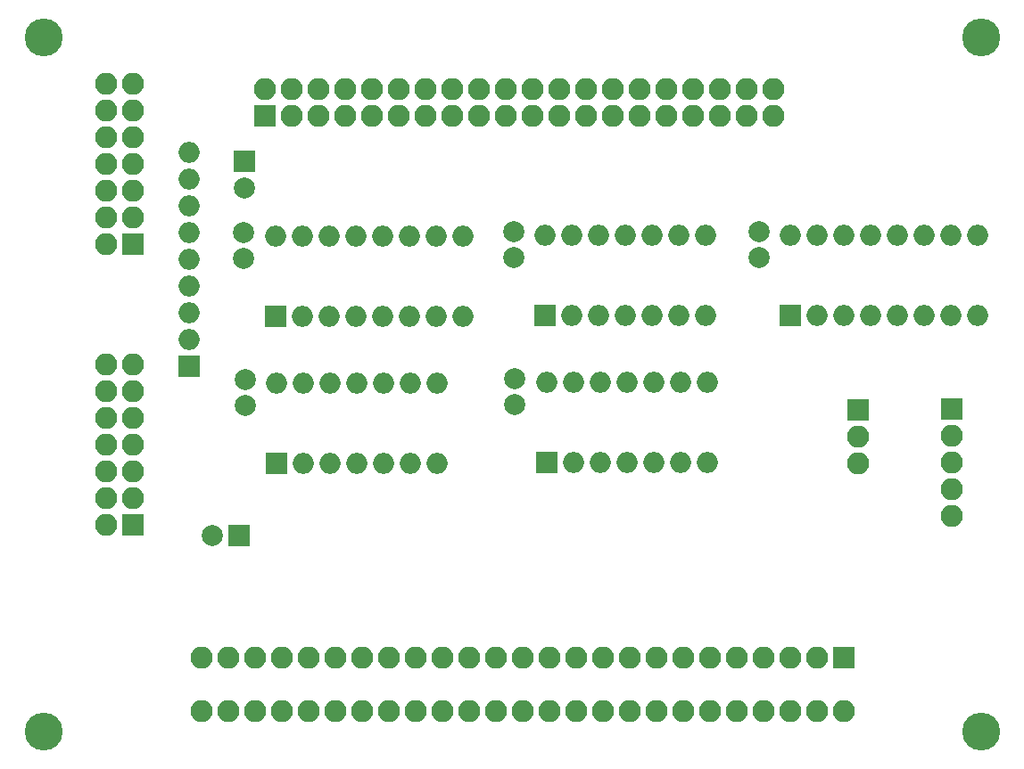
<source format=gbs>
G04 #@! TF.GenerationSoftware,KiCad,Pcbnew,(5.0.0-3-g5ebb6b6)*
G04 #@! TF.CreationDate,2019-10-05T19:23:04+09:00*
G04 #@! TF.ProjectId,KZ80-MSXCTRG,4B5A38302D4D5358435452472E6B6963,rev?*
G04 #@! TF.SameCoordinates,Original*
G04 #@! TF.FileFunction,Soldermask,Bot*
G04 #@! TF.FilePolarity,Negative*
%FSLAX46Y46*%
G04 Gerber Fmt 4.6, Leading zero omitted, Abs format (unit mm)*
G04 Created by KiCad (PCBNEW (5.0.0-3-g5ebb6b6)) date *
%MOMM*%
%LPD*%
G01*
G04 APERTURE LIST*
%ADD10C,2.000000*%
%ADD11R,2.000000X2.000000*%
%ADD12R,2.100000X2.100000*%
%ADD13O,2.100000X2.100000*%
%ADD14C,3.600000*%
%ADD15O,2.000000X2.000000*%
G04 APERTURE END LIST*
D10*
G04 #@! TO.C,C6*
X138570000Y-129880000D03*
D11*
X141070000Y-129880000D03*
G04 #@! TD*
G04 #@! TO.C,C5*
X141550000Y-94330000D03*
D10*
X141550000Y-96830000D03*
G04 #@! TD*
G04 #@! TO.C,C7*
X167260000Y-117450000D03*
X167260000Y-114950000D03*
G04 #@! TD*
G04 #@! TO.C,C4*
X167140000Y-100970000D03*
X167140000Y-103470000D03*
G04 #@! TD*
G04 #@! TO.C,C3*
X141630000Y-117520000D03*
X141630000Y-115020000D03*
G04 #@! TD*
G04 #@! TO.C,C2*
X190420000Y-100970000D03*
X190420000Y-103470000D03*
G04 #@! TD*
G04 #@! TO.C,C1*
X141510000Y-103540000D03*
X141510000Y-101040000D03*
G04 #@! TD*
D12*
G04 #@! TO.C,J1*
X198500000Y-141460000D03*
D13*
X198500000Y-146540000D03*
X195960000Y-141460000D03*
X195960000Y-146540000D03*
X193420000Y-141460000D03*
X193420000Y-146540000D03*
X190880000Y-141460000D03*
X190880000Y-146540000D03*
X188340000Y-141460000D03*
X188340000Y-146540000D03*
X185800000Y-141460000D03*
X185800000Y-146540000D03*
X183260000Y-141460000D03*
X183260000Y-146540000D03*
X180720000Y-141460000D03*
X180720000Y-146540000D03*
X178180000Y-141460000D03*
X178180000Y-146540000D03*
X175640000Y-141460000D03*
X175640000Y-146540000D03*
X173100000Y-141460000D03*
X173100000Y-146540000D03*
X170560000Y-141460000D03*
X170560000Y-146540000D03*
X168020000Y-141460000D03*
X168020000Y-146540000D03*
X165480000Y-141460000D03*
X165480000Y-146540000D03*
X162940000Y-141460000D03*
X162940000Y-146540000D03*
X160400000Y-141460000D03*
X160400000Y-146540000D03*
X157860000Y-141460000D03*
X157860000Y-146540000D03*
X155320000Y-141460000D03*
X155320000Y-146540000D03*
X152780000Y-141460000D03*
X152780000Y-146540000D03*
X150240000Y-141460000D03*
X150240000Y-146540000D03*
X147700000Y-141460000D03*
X147700000Y-146540000D03*
X145160000Y-141460000D03*
X145160000Y-146540000D03*
X142620000Y-141460000D03*
X142620000Y-146540000D03*
X140080000Y-141460000D03*
X140080000Y-146540000D03*
X137540000Y-141460000D03*
X137540000Y-146540000D03*
G04 #@! TD*
D12*
G04 #@! TO.C,JP1*
X199820000Y-117890000D03*
D13*
X199820000Y-120430000D03*
X199820000Y-122970000D03*
G04 #@! TD*
D12*
G04 #@! TO.C,J3*
X208720000Y-117840000D03*
D13*
X208720000Y-120380000D03*
X208720000Y-122920000D03*
X208720000Y-125460000D03*
X208720000Y-128000000D03*
G04 #@! TD*
G04 #@! TO.C,J5*
X128430000Y-86960000D03*
X130970000Y-86960000D03*
X128430000Y-89500000D03*
X130970000Y-89500000D03*
X128430000Y-92040000D03*
X130970000Y-92040000D03*
X128430000Y-94580000D03*
X130970000Y-94580000D03*
X128430000Y-97120000D03*
X130970000Y-97120000D03*
X128430000Y-99660000D03*
X130970000Y-99660000D03*
X128430000Y-102200000D03*
D12*
X130970000Y-102200000D03*
G04 #@! TD*
G04 #@! TO.C,J4*
X130970000Y-128870000D03*
D13*
X128430000Y-128870000D03*
X130970000Y-126330000D03*
X128430000Y-126330000D03*
X130970000Y-123790000D03*
X128430000Y-123790000D03*
X130970000Y-121250000D03*
X128430000Y-121250000D03*
X130970000Y-118710000D03*
X128430000Y-118710000D03*
X130970000Y-116170000D03*
X128430000Y-116170000D03*
X130970000Y-113630000D03*
X128430000Y-113630000D03*
G04 #@! TD*
D12*
G04 #@! TO.C,J2*
X143500000Y-90000000D03*
D13*
X143500000Y-87460000D03*
X146040000Y-90000000D03*
X146040000Y-87460000D03*
X148580000Y-90000000D03*
X148580000Y-87460000D03*
X151120000Y-90000000D03*
X151120000Y-87460000D03*
X153660000Y-90000000D03*
X153660000Y-87460000D03*
X156200000Y-90000000D03*
X156200000Y-87460000D03*
X158740000Y-90000000D03*
X158740000Y-87460000D03*
X161280000Y-90000000D03*
X161280000Y-87460000D03*
X163820000Y-90000000D03*
X163820000Y-87460000D03*
X166360000Y-90000000D03*
X166360000Y-87460000D03*
X168900000Y-90000000D03*
X168900000Y-87460000D03*
X171440000Y-90000000D03*
X171440000Y-87460000D03*
X173980000Y-90000000D03*
X173980000Y-87460000D03*
X176520000Y-90000000D03*
X176520000Y-87460000D03*
X179060000Y-90000000D03*
X179060000Y-87460000D03*
X181600000Y-90000000D03*
X181600000Y-87460000D03*
X184140000Y-90000000D03*
X184140000Y-87460000D03*
X186680000Y-90000000D03*
X186680000Y-87460000D03*
X189220000Y-90000000D03*
X189220000Y-87460000D03*
X191760000Y-90000000D03*
X191760000Y-87460000D03*
G04 #@! TD*
D14*
G04 #@! TO.C,MH4*
X211500000Y-148500000D03*
G04 #@! TD*
G04 #@! TO.C,MH3*
X122500000Y-148500000D03*
G04 #@! TD*
G04 #@! TO.C,MH2*
X211500000Y-82500000D03*
G04 #@! TD*
G04 #@! TO.C,MH1*
X122500000Y-82500000D03*
G04 #@! TD*
D11*
G04 #@! TO.C,U5*
X170140000Y-108970000D03*
D15*
X185380000Y-101350000D03*
X172680000Y-108970000D03*
X182840000Y-101350000D03*
X175220000Y-108970000D03*
X180300000Y-101350000D03*
X177760000Y-108970000D03*
X177760000Y-101350000D03*
X180300000Y-108970000D03*
X175220000Y-101350000D03*
X182840000Y-108970000D03*
X172680000Y-101350000D03*
X185380000Y-108970000D03*
X170140000Y-101350000D03*
G04 #@! TD*
G04 #@! TO.C,U4*
X170260000Y-115330000D03*
X185500000Y-122950000D03*
X172800000Y-115330000D03*
X182960000Y-122950000D03*
X175340000Y-115330000D03*
X180420000Y-122950000D03*
X177880000Y-115330000D03*
X177880000Y-122950000D03*
X180420000Y-115330000D03*
X175340000Y-122950000D03*
X182960000Y-115330000D03*
X172800000Y-122950000D03*
X185500000Y-115330000D03*
D11*
X170260000Y-122950000D03*
G04 #@! TD*
G04 #@! TO.C,U3*
X144630000Y-123020000D03*
D15*
X159870000Y-115400000D03*
X147170000Y-123020000D03*
X157330000Y-115400000D03*
X149710000Y-123020000D03*
X154790000Y-115400000D03*
X152250000Y-123020000D03*
X152250000Y-115400000D03*
X154790000Y-123020000D03*
X149710000Y-115400000D03*
X157330000Y-123020000D03*
X147170000Y-115400000D03*
X159870000Y-123020000D03*
X144630000Y-115400000D03*
G04 #@! TD*
G04 #@! TO.C,U2*
X144510000Y-101420000D03*
X162290000Y-109040000D03*
X147050000Y-101420000D03*
X159750000Y-109040000D03*
X149590000Y-101420000D03*
X157210000Y-109040000D03*
X152130000Y-101420000D03*
X154670000Y-109040000D03*
X154670000Y-101420000D03*
X152130000Y-109040000D03*
X157210000Y-101420000D03*
X149590000Y-109040000D03*
X159750000Y-101420000D03*
X147050000Y-109040000D03*
X162290000Y-101420000D03*
D11*
X144510000Y-109040000D03*
G04 #@! TD*
G04 #@! TO.C,U1*
X193420000Y-108970000D03*
D15*
X211200000Y-101350000D03*
X195960000Y-108970000D03*
X208660000Y-101350000D03*
X198500000Y-108970000D03*
X206120000Y-101350000D03*
X201040000Y-108970000D03*
X203580000Y-101350000D03*
X203580000Y-108970000D03*
X201040000Y-101350000D03*
X206120000Y-108970000D03*
X198500000Y-101350000D03*
X208660000Y-108970000D03*
X195960000Y-101350000D03*
X211200000Y-108970000D03*
X193420000Y-101350000D03*
G04 #@! TD*
D11*
G04 #@! TO.C,RN1*
X136370000Y-113790000D03*
D15*
X136370000Y-111250000D03*
X136370000Y-108710000D03*
X136370000Y-106170000D03*
X136370000Y-103630000D03*
X136370000Y-101090000D03*
X136370000Y-98550000D03*
X136370000Y-96010000D03*
X136370000Y-93470000D03*
G04 #@! TD*
M02*

</source>
